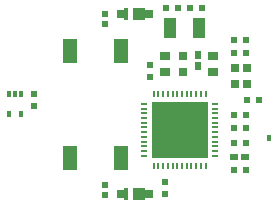
<source format=gtp>
G04 Layer_Color=8421504*
%FSLAX25Y25*%
%MOIN*%
G70*
G01*
G75*
%ADD10R,0.02756X0.02953*%
%ADD11R,0.01969X0.02559*%
%ADD12R,0.03150X0.02953*%
%ADD13R,0.02559X0.01969*%
%ADD14R,0.01969X0.02362*%
%ADD15R,0.03543X0.03150*%
%ADD16R,0.02362X0.01969*%
%ADD17O,0.02559X0.00787*%
%ADD18O,0.00787X0.02559*%
%ADD19R,0.18504X0.18504*%
%ADD20R,0.03937X0.07087*%
%ADD21R,0.02165X0.02362*%
%ADD22R,0.05118X0.08268*%
%ADD23R,0.02559X0.03150*%
%ADD24R,0.04016X0.04488*%
%ADD25R,0.01181X0.04488*%
%ADD26R,0.01575X0.02126*%
%ADD27R,0.01476X0.01969*%
D10*
X31468Y6842D02*
D03*
Y12157D02*
D03*
X27531D02*
D03*
Y6842D02*
D03*
D11*
X15000Y12630D02*
D03*
Y16370D02*
D03*
D12*
X10000Y10842D02*
D03*
Y16158D02*
D03*
D13*
X27161Y-17500D02*
D03*
X30902D02*
D03*
D14*
X27063Y-22000D02*
D03*
X31000D02*
D03*
X30968Y21500D02*
D03*
X27031D02*
D03*
Y-3500D02*
D03*
X30968D02*
D03*
X27031Y-8000D02*
D03*
X30968D02*
D03*
X31000Y-13000D02*
D03*
X27063D02*
D03*
X27031Y17000D02*
D03*
X30968D02*
D03*
X31532Y1500D02*
D03*
X35469D02*
D03*
X8468Y32000D02*
D03*
X4532D02*
D03*
X12531Y32000D02*
D03*
X16468Y32000D02*
D03*
D15*
X20000Y16059D02*
D03*
X20000Y10941D02*
D03*
X4000Y16059D02*
D03*
X4000Y10941D02*
D03*
D16*
Y-29969D02*
D03*
Y-26032D02*
D03*
X-1000Y12968D02*
D03*
Y9031D02*
D03*
X-39500Y3469D02*
D03*
Y-469D02*
D03*
D17*
X-2909Y161D02*
D03*
Y-1413D02*
D03*
Y-2988D02*
D03*
Y-4563D02*
D03*
Y-6138D02*
D03*
Y-7713D02*
D03*
Y-9287D02*
D03*
Y-10862D02*
D03*
Y-12437D02*
D03*
Y-14012D02*
D03*
Y-15587D02*
D03*
Y-17161D02*
D03*
X20910D02*
D03*
Y-15587D02*
D03*
Y-14012D02*
D03*
Y-12437D02*
D03*
Y-10862D02*
D03*
Y-9287D02*
D03*
Y-7713D02*
D03*
Y-6138D02*
D03*
Y-4563D02*
D03*
Y-2988D02*
D03*
Y-1413D02*
D03*
Y161D02*
D03*
D18*
X339Y-20410D02*
D03*
X1913D02*
D03*
X3488D02*
D03*
X5063D02*
D03*
X6638D02*
D03*
X8213D02*
D03*
X9787D02*
D03*
X11362D02*
D03*
X12937D02*
D03*
X14512D02*
D03*
X16087D02*
D03*
X17661D02*
D03*
Y3409D02*
D03*
X16087D02*
D03*
X14512D02*
D03*
X12937D02*
D03*
X11362D02*
D03*
X9787D02*
D03*
X8213D02*
D03*
X6638D02*
D03*
X5063D02*
D03*
X3488D02*
D03*
X1913D02*
D03*
X339D02*
D03*
D19*
X9000Y-8500D02*
D03*
D20*
X5658Y25500D02*
D03*
X15500D02*
D03*
D21*
X-16000Y30173D02*
D03*
X-16000Y26827D02*
D03*
X-16000Y-30173D02*
D03*
Y-26827D02*
D03*
D22*
X-10535Y-17913D02*
D03*
Y17913D02*
D03*
X-27465Y-17913D02*
D03*
Y17913D02*
D03*
D23*
X-10648Y30000D02*
D03*
X-1258D02*
D03*
X-10648Y-30000D02*
D03*
X-1258D02*
D03*
D24*
X-4506Y30000D02*
D03*
Y-30000D02*
D03*
D25*
X-8876Y30000D02*
D03*
Y-30000D02*
D03*
D26*
X38900Y-11200D02*
D03*
D27*
X-44000Y3500D02*
D03*
X-45968D02*
D03*
X-47937D02*
D03*
X-44000Y-3193D02*
D03*
X-47937D02*
D03*
M02*

</source>
